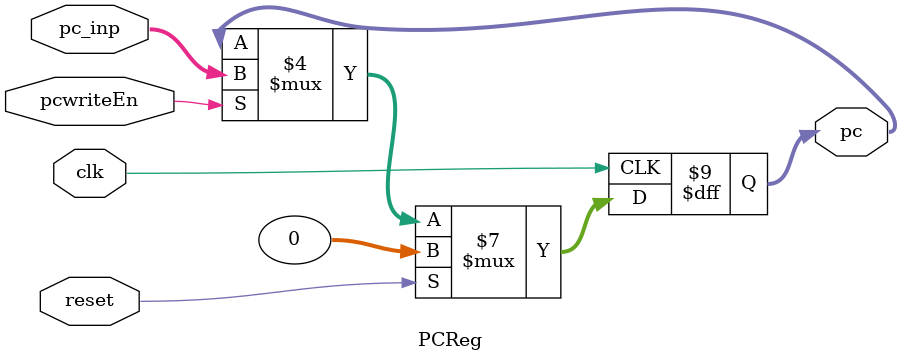
<source format=sv>
module PCReg
(
    input clk, reset, pcwriteEn,
    input [31:0] pc_inp,
    output reg [31:0] pc
);

initial begin
    pc = 32'b0;
end

always @(posedge clk) begin
    if(reset == 1'b1) begin
        pc = 32'b0;
    end
    else begin
        if(pcwriteEn) begin
            pc <= pc_inp;
        end
    end
end

endmodule

</source>
